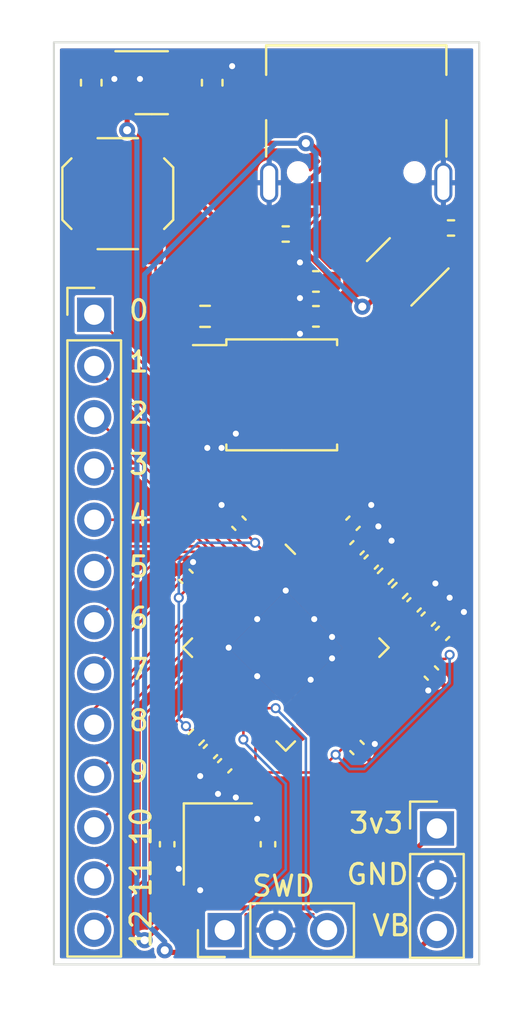
<source format=kicad_pcb>
(kicad_pcb (version 20221018) (generator pcbnew)
  (title_block (title "RP2040-base example") (date "2023-08-21") (rev "1.0") (company "https://github.com/TT-392/RP2040-base-example"))
  (layers (0 "F.Cu" signal) (31 "B.Cu" signal) (34 "B.Paste" user) (35 "F.Paste" user) (36 "B.SilkS" user "B.Silkscreen") (37 "F.SilkS" user "F.Silkscreen") (38 "B.Mask" user) (39 "F.Mask" user) (44 "Edge.Cuts" user))
  (net 0 "")
  (net 1 "/RP2040-base/1V1")
  (net 2 "/RP2040-base/XIN")
  (net 3 "GND")
  (net 4 "/RP2040-base/USB_D+")
  (net 5 "+3V3")
  (net 6 "/RP2040-base/USB_D-")
  (net 7 "Net-(C16-Pad1)")
  (net 8 "/RP2040-base/QSPI_SS")
  (net 9 "/RP2040-base/~{USB_BOOT}")
  (net 10 "/RP2040-base/XOUT")
  (net 11 "/RP2040-base/QSPI_SD1")
  (net 12 "/RP2040-base/QSPI_SD2")
  (net 13 "/RP2040-base/QSPI_SD0")
  (net 14 "/RP2040-base/QSPI_SCLK")
  (net 15 "/RP2040-base/QSPI_SD3")
  (net 16 "/RP2040-base/GPIO0")
  (net 17 "/RP2040-base/GPIO1")
  (net 18 "/RP2040-base/GPIO2")
  (net 19 "/RP2040-base/GPIO3")
  (net 20 "/RP2040-base/GPIO4")
  (net 21 "/RP2040-base/GPIO5")
  (net 22 "/RP2040-base/GPIO6")
  (net 23 "/RP2040-base/GPIO7")
  (net 24 "/RP2040-base/GPIO8")
  (net 25 "/RP2040-base/GPIO9")
  (net 26 "/RP2040-base/GPIO10")
  (net 27 "/RP2040-base/GPIO11")
  (net 28 "/RP2040-base/GPIO12")
  (net 29 "/RP2040-base/GPIO13")
  (net 30 "/RP2040-base/GPIO14")
  (net 31 "/RP2040-base/GPIO15")
  (net 32 "/RP2040-base/SWCLK")
  (net 33 "/RP2040-base/SWD")
  (net 34 "/RP2040-base/GPIO16")
  (net 35 "/RP2040-base/GPIO17")
  (net 36 "/RP2040-base/GPIO18")
  (net 37 "/RP2040-base/GPIO19")
  (net 38 "/RP2040-base/GPIO20")
  (net 39 "/RP2040-base/GPIO21")
  (net 40 "/RP2040-base/GPIO22")
  (net 41 "/RP2040-base/GPIO23")
  (net 42 "/RP2040-base/GPIO24")
  (net 43 "/RP2040-base/GPIO25")
  (net 44 "VBUS")
  (net 45 "/RP2040-base/GPIO29")
  (net 46 "/RP2040-base/GPIO28")
  (net 47 "/RP2040-base/GPIO27")
  (net 48 "/RP2040-base/GPIO26")
  (net 49 "Net-(U3-USB_DP)")
  (net 50 "Net-(U3-USB_DM)")
  (net 51 "Net-(J3-CC1)")
  (net 53 "Net-(J3-CC2)")
  (footprint "RP2040_base:YSX321SL, datasheet recommended measurements" (layer "F.Cu") (at 68.62003 81.743931 -90)
    (fp_text reference "Y1" hide)
    (fp_text value "X322512MSB4SI")
  )
  (footprint "Capacitor_SMD:C_0402_1005Metric" (layer "F.Cu") (at 71.12003 81.743931 90)
    (fp_text reference "C16" hide)
    (fp_text value "30p")
  )
  (footprint "footprints:SOT-23-6_flipped_for_jlcpcb" (layer "F.Cu") (at 77.7 53.375 45)
    (fp_text reference "U2" hide)
    (fp_text value "SRV05-4")
  )
  (footprint "Capacitor_SMD:C_0402_1005Metric" (layer "F.Cu") (at 79.071068 70.585786 45)
    (fp_text reference "C14" hide)
    (fp_text value "1u")
  )
  (footprint "Capacitor_SMD:C_0603_1608Metric" (layer "F.Cu") (at 73.5 53.85 180)
    (fp_text reference "C17" hide)
    (fp_text value "100n")
  )
  (footprint "Capacitor_SMD:C_0603_1608Metric" (layer "F.Cu") (at 68.353827 44 90)
    (fp_text reference "C1" hide)
    (fp_text value "1u")
  )
  (footprint "Capacitor_SMD:C_0402_1005Metric" (layer "F.Cu") (at 75.535534 67.050253 45)
    (fp_text reference "C11" hide)
    (fp_text value "100n")
  )
  (footprint "Capacitor_SMD:C_0402_1005Metric" (layer "F.Cu") (at 66.12003 81.743931 -90)
    (fp_text reference "C15" hide)
    (fp_text value "30p")
  )
  (footprint "Capacitor_SMD:C_0402_1005Metric" (layer "F.Cu") (at 68.973583 77.854844 -135)
    (fp_text reference "C3" hide)
    (fp_text value "100n")
  )
  (footprint "Connector_PinHeader_2.54mm:PinHeader_1x13_P2.54mm_Vertical" (layer "F.Cu") (at 62.5 55.5)
    (fp_text reference "J2" hide)
    (fp_text value "Conn_01x13")
  )
  (footprint "Capacitor_SMD:C_0402_1005Metric" (layer "F.Cu") (at 75.337544 65.834029 45)
    (fp_text reference "C4" hide)
    (fp_text value "100n")
  )
  (footprint "footprints:SOT-23-3_flipped_for_jlcpcb" (layer "F.Cu") (at 65.353827 44 180)
    (fp_text reference "U1" hide)
    (fp_text value "XC6206P332MR")
  )
  (footprint "Capacitor_SMD:C_0402_1005Metric" (layer "F.Cu") (at 67.050253 68.464466 135)
    (fp_text reference "C7" hide)
    (fp_text value "100n")
  )
  (footprint "RP2040_base:TS-1187A" (layer "F.Cu") (at 63.670282 49.5 90)
    (fp_text reference "SW1" hide)
    (fp_text value "SW_Push")
  )
  (footprint "Resistor_SMD:R_0402_1005Metric" (layer "F.Cu") (at 72 51.5 180)
    (fp_text reference "R2" hide)
    (fp_text value "5k1")
  )
  (footprint "Resistor_SMD:R_0402_1005Metric" (layer "F.Cu") (at 77.656854 69.171573 -135)
    (fp_text reference "R4" hide)
    (fp_text value "27")
  )
  (footprint "footprints:GT-USB-7047C" (layer "F.Cu") (at 75.5 46.99 180)
    (fp_text reference "J3" hide)
    (fp_text value "GT-USB-7047C")
  )
  (footprint "Capacitor_SMD:C_0402_1005Metric" (layer "F.Cu") (at 68.266476 77.147737 -135)
    (fp_text reference "C8" hide)
    (fp_text value "100n")
  )
  (footprint "Connector_PinHeader_2.54mm:PinHeader_1x03_P2.54mm_Vertical" (layer "F.Cu") (at 68.975 86 90)
    (fp_text reference "SWD1" hide)
    (fp_text value "Conn_01x03")
  )
  (footprint "RP2040_base:SOIC-8_5.275x5.275mm_P1.27mm" (layer "F.Cu") (at 71.80201 59.470068 -90)
    (fp_text reference "U4" hide)
    (fp_text value "W25QXXXJV")
  )
  (footprint "Capacitor_SMD:C_0402_1005Metric" (layer "F.Cu") (at 76.242641 67.757359 45)
    (fp_text reference "C12" hide)
    (fp_text value "100n")
  )
  (footprint "Resistor_SMD:R_0402_1005Metric" (layer "F.Cu") (at 80.2 51.2)
    (fp_text reference "R1" hide)
    (fp_text value "5k1")
  )
  (footprint "Capacitor_SMD:C_0402_1005Metric" (layer "F.Cu") (at 79.778175 71.292893 45)
    (fp_text reference "C5" hide)
    (fp_text value "100n")
  )
  (footprint "Capacitor_SMD:C_0402_1005Metric" (layer "F.Cu") (at 69.68069 65.834029 135)
    (fp_text reference "C6" hide)
    (fp_text value "100n")
  )
  (footprint "Capacitor_SMD:C_0402_1005Metric" (layer "F.Cu") (at 79.226631 73.25865 -45)
    (fp_text reference "C10" hide)
    (fp_text value "100n")
  )
  (footprint "Resistor_SMD:R_0402_1005Metric" (layer "F.Cu") (at 76.949747 68.464466 -135)
    (fp_text reference "R3" hide)
    (fp_text value "27")
  )
  (footprint "Capacitor_SMD:C_0402_1005Metric" (layer "F.Cu") (at 78.363961 69.87868 45)
    (fp_text reference "C13" hide)
    (fp_text value "1u")
  )
  (footprint "Package_DFN_QFN:QFN-56-1EP_7x7mm_P0.4mm_EP3.2x3.2mm" (layer "F.Cu") (at 72 72 -45)
    (fp_text reference "U3" hide)
    (fp_text value "RP2040")
  )
  (footprint "Capacitor_SMD:C_0402_1005Metric" (layer "F.Cu") (at 75.535534 76.949747 -45)
    (fp_text reference "C9" hide)
    (fp_text value "100n")
  )
  (footprint "Capacitor_SMD:C_0603_1608Metric" (layer "F.Cu") (at 73.5 55.580981 180)
    (fp_text reference "C18" hide)
    (fp_text value "10n")
  )
  (footprint "Resistor_SMD:R_0402_1005Metric" (layer "F.Cu") (at 67.559369 76.440631 -135)
    (fp_text reference "R5" hide)
    (fp_text value "1k")
  )
  (footprint "Capacitor_SMD:C_0603_1608Metric" (layer "F.Cu") (at 62.353827 44 90)
    (fp_text reference "C2" hide)
    (fp_text value "1u")
  )
  (footprint "Resistor_SMD:R_0603_1608Metric" (layer "F.Cu") (at 68 55.580981 180)
    (fp_text reference "R6" hide)
    (fp_text value "1k")
  )
  (footprint "Connector_PinHeader_2.54mm:PinHeader_1x03_P2.54mm_Vertical" (layer "F.Cu") (at 79.5 80.96)
    (fp_text reference "J1" hide)
    (fp_text value "Conn_01x03")
  )
  (gr_rect (start 60.5 42) (end 81.6 87.7) (stroke (width 0.1)) (fill none) (layer "Edge.Cuts"))
  (gr_text "12" (at 65.405 86.995 90) (layer "F.SilkS") (effects (font (size 1 1) (thickness 0.153)) (justify left bottom)))
  (gr_text "8\n" (at 64.135 76.2) (layer "F.SilkS") (effects (font (size 1 1) (thickness 0.153)) (justify left bottom)))
  (gr_text "2" (at 64.135 60.96) (layer "F.SilkS") (effects (font (size 1 1) (thickness 0.153)) (justify left bottom)))
  (gr_text "1" (at 64.135 58.42) (layer "F.SilkS") (effects (font (size 1 1) (thickness 0.153)) (justify left bottom)))
  (gr_text "GND" (at 74.93 83.82) (layer "F.SilkS") (effects (font (size 1 1) (thickness 0.153)) (justify left bottom)))
  (gr_text "5" (at 64.135 68.58) (layer "F.SilkS") (effects (font (size 1 1) (thickness 0.153)) (justify left bottom)))
  (gr_text "10" (at 65.405 81.915 90) (layer "F.SilkS") (effects (font (size 1 1) (thickness 0.153)) (justify left bottom)))
  (gr_text "VB" (at 76.2 86.36) (layer "F.SilkS") (effects (font (size 1 1) (thickness 0.153)) (justify left bottom)))
  (gr_text "3" (at 64.135 63.5) (layer "F.SilkS") (effects (font (size 1 1) (thickness 0.153)) (justify left bottom)))
  (gr_text "SWD\n" (at 70.245 84.4) (layer "F.SilkS") (effects (font (size 1 1) (thickness 0.153)) (justify left bottom)))
  (gr_text "4" (at 64.135 66.04) (layer "F.SilkS") (effects (font (size 1 1) (thickness 0.153)) (justify left bottom)))
  (gr_text "0" (at 64.135 55.88) (layer "F.SilkS") (effects (font (size 1 1) (thickness 0.153)) (justify left bottom)))
  (gr_text "11" (at 65.405 84.455 90) (layer "F.SilkS") (effects (font (size 1 1) (thickness 0.153)) (justify left bottom)))
  (gr_text "9\n" (at 64.135 78.74) (layer "F.SilkS") (effects (font (size 1 1) (thickness 0.153)) (justify left bottom)))
  (gr_text "7" (at 64.135 73.66) (layer "F.SilkS") (effects (font (size 1 1) (thickness 0.153)) (justify left bottom)))
  (gr_text "3v3" (at 75.057 81.28) (layer "F.SilkS") (effects (font (size 1 1) (thickness 0.153)) (justify left bottom)))
  (gr_text "6" (at 64.135 71.12) (layer "F.SilkS") (effects (font (size 1 1) (thickness 0.153)) (justify left bottom)))
  (segment (start 75.436456 71.109129) (end 75.082362 71.109129) (width 0.127) (layer "F.Cu") (net 1))
  (segment (start 74.568225 69.148933) (end 74.289258 69.427899) (width 0.127) (layer "F.Cu") (net 1))
  (segment (start 73.06066 74.474874) (end 75.082362 72.453172) (width 0.127) (layer "F.Cu") (net 1))
  (segment (start 74.998133 66.17344) (end 74.568225 66.603348) (width 0.127) (layer "F.Cu") (net 1))
  (segment (start 74.022242 70.049009) (end 74.022242 69.694915) (width 0.127) (layer "F.Cu") (net 1))
  (segment (start 76.327494 70.218091) (end 75.703472 70.842113) (width 0.127) (layer "F.Cu") (net 1))
  (segment (start 75.082362 71.109129) (end 74.022242 70.049009) (width 0.127) (layer "F.Cu") (net 1))
  (segment (start 69.312994 75.535534) (end 69.993585 74.854944) (width 0.127) (layer "F.Cu") (net 1))
  (segment (start 70.373654 74.474874) (end 73.06066 74.474874) (width 0.127) (layer "F.Cu") (net 1))
  (segment (start 69.993585 74.854944) (end 70.373654 74.474874) (width 0.127) (layer "F.Cu") (net 1))
  (segment (start 74.568225 66.603348) (end 74.568225 69.148933) (width 0.127) (layer "F.Cu") (net 1))
  (segment (start 74.022242 69.694915) (end 74.289258 69.427899) (width 0.127) (layer "F.Cu") (net 1))
  (segment (start 75.703472 70.842113) (end 75.436456 71.109129) (width 0.127) (layer "F.Cu") (net 1))
  (segment (start 78.02455 70.218091) (end 76.327494 70.218091) (width 0.127) (layer "F.Cu") (net 1))
  (segment (start 75.082362 72.453172) (end 75.082362 71.109129) (width 0.127) (layer "F.Cu") (net 1))
  (segment (start 69.312994 77.515433) (end 69.312994 75.535534) (width 0.127) (layer "F.Cu") (net 1))
  (segment (start 68 80.78695) (end 66.166369 78.953319) (width 0.127) (layer "F.Cu") (net 2))
  (segment (start 66.12003 81.263932) (end 68 81.263932) (width 0.127) (layer "F.Cu") (net 2))
  (segment (start 68 81.263932) (end 68 80.78695) (width 0.127) (layer "F.Cu") (net 2))
  (segment (start 67.863425 75.288047) (end 69.145056 74.006415) (width 0.127) (layer "F.Cu") (net 2))
  (segment (start 66.166369 78.953319) (end 66.166369 76.065864) (width 0.127) (layer "F.Cu") (net 2))
  (segment (start 66.166369 76.065864) (end 66.944187 75.288047) (width 0.127) (layer "F.Cu") (net 2))
  (segment (start 66.944187 75.288047) (end 67.863425 75.288047) (width 0.127) (layer "F.Cu") (net 2))
  (segment (start 75.874945 66.710842) (end 75.874946 66.710842) (width 0.254) (layer "F.Cu") (net 3))
  (via (at 67.757359 84.020815) (size 0.5) (drill 0.3) (layers "F.Cu" "B.Cu") (net 3))
  (via (at 73.414214 70.585786) (size 0.5) (drill 0.3) (layers "F.Cu" "B.Cu") (net 3))
  (via (at 74.298097 72.53033) (size 0.5) (drill 0.3) (layers "F.Cu" "B.Cu") (net 3))
  (via (at 80.131728 69.525126) (size 0.5) (drill 0.3) (layers "F.Cu" "B.Cu") (net 3))
  (via (at 69.525126 61.393398) (size 0.5) (drill 0.3) (layers "F.Cu" "B.Cu") (net 3))
  (via (at 68.641243 79.247845) (size 0.5) (drill 0.3) (layers "F.Cu" "B.Cu") (net 3))
  (via (at 76.419417 76.772971) (size 0.5) (drill 0.3) (layers "F.Cu" "B.Cu") (net 3))
  (via (at 77.25 66.7) (size 0.5) (drill 0.3) (layers "F.Cu" "B.Cu") (net 3))
  (via (at 69.171573 72) (size 0.5) (drill 0.3) (layers "F.Cu" "B.Cu") (net 3))
  (via (at 69.525126 79.424621) (size 0.5) (drill 0.3) (layers "F.Cu" "B.Cu") (net 3))
  (via (at 74.298097 71.46967) (size 0.5) (drill 0.3) (layers "F.Cu" "B.Cu") (net 3))
  (via (at 79.424621 68.818019) (size 0.5) (drill 0.3) (layers "F.Cu" "B.Cu") (net 3))
  (via (at 72.707107 56.443651) (size 0.5) (drill 0.3) (layers "F.Cu" "B.Cu") (net 3))
  (via (at 79.071068 74.12132) (size 0.5) (drill 0.3) (layers "F.Cu" "B.Cu") (net 3))
  (via (at 68.818019 62.100505) (size 0.5) (drill 0.3) (layers "F.Cu" "B.Cu") (net 3))
  (via (at 68.818019 64.928932) (size 0.5) (drill 0.3) (layers "F.Cu" "B.Cu") (net 3))
  (via (at 70.585786 80.485281) (size 0.5) (drill 0.3) (layers "F.Cu" "B.Cu") (net 3))
  (via (at 72.707107 54.675884) (size 0.5) (drill 0.3) (layers "F.Cu" "B.Cu") (net 3))
  (via (at 72.707107 52.908117) (size 0.5) (drill 0.3) (layers "F.Cu" "B.Cu") (net 3))
  (via (at 73.237437 73.59099) (size 0.5) (drill 0.3) (layers "F.Cu" "B.Cu") (net 3))
  (via (at 70.585786 70.585786) (size 0.5) (drill 0.3) (layers "F.Cu" "B.Cu") (net 3))
  (via (at 67.757359 78.363961) (size 0.5) (drill 0.3) (layers "F.Cu" "B.Cu") (net 3))
  (via (at 63.5 43.815) (size 0.5) (drill 0.3) (layers "F.Cu" "B.Cu") (net 3))
  (via (at 66.696699 82.960155) (size 0.5) (drill 0.3) (layers "F.Cu" "B.Cu") (net 3))
  (via (at 67.403806 67.757359) (size 0.5) (drill 0.3) (layers "F.Cu" "B.Cu") (net 3))
  (via (at 68.110913 62.100505) (size 0.5) (drill 0.3) (layers "F.Cu" "B.Cu") (net 3))
  (via (at 69.342 43.18) (size 0.5) (drill 0.3) (layers "F.Cu" "B.Cu") (net 3))
  (via (at 76.596194 65.989592) (size 0.5) (drill 0.3) (layers "F.Cu" "B.Cu") (net 3))
  (via (at 80.838835 70.232233) (size 0.5) (drill 0.3) (layers "F.Cu" "B.Cu") (net 3))
  (via (at 72 69.171573) (size 0.5) (drill 0.3) (layers "F.Cu" "B.Cu") (net 3))
  (via (at 70.585786 73.414214) (size 0.5) (drill 0.3) (layers "F.Cu" "B.Cu") (net 3))
  (via (at 76.242641 64.928932) (size 0.5) (drill 0.3) (layers "F.Cu" "B.Cu") (net 3))
  (via (at 64.77 43.815) (size 0.5) (drill 0.3) (layers "F.Cu" "B.Cu") (net 3))
  (segment (start 78.17538 54.676085) (end 77.467417 54.676085) (width 0.127) (layer "F.Cu") (net 4))
  (segment (start 74.75 51.25) (end 74.75 49.5) (width 0.127) (layer "F.Cu") (net 4))
  (segment (start 77.8 53.775) (end 76.270353 52.245353) (width 0.127) (layer "F.Cu") (net 4))
  (segment (start 75.05 51.55) (end 74.75 51.25) (width 0.127) (layer "F.Cu") (net 4))
  (segment (start 78.6365 55.137205) (end 78.6365 66.249286) (width 1) (layer "F.Cu") (net 4))
  (segment (start 77.8 54.343502) (end 77.8 53.775) (width 0.127) (layer "F.Cu") (net 4))
  (segment (start 78.343607 66.956393) (end 77.568255 67.731745) (width 1) (layer "F.Cu") (net 4))
  (segment (start 75.05 51.55) (end 75.05 51.550705) (width 1) (layer "F.Cu") (net 4))
  (segment (start 75.05 51.550705) (end 75.744647 52.245353) (width 1) (layer "F.Cu") (net 4))
  (segment (start 78.6365 55.137205) (end 78.17538 54.676085) (width 0.127) (layer "F.Cu") (net 4))
  (segment (start 77.467417 54.676085) (end 77.8 54.343502) (width 0.127) (layer "F.Cu") (net 4))
  (segment (start 76.270353 52.245353) (end 75.744647 52.245353) (width 0.127) (layer "F.Cu") (net 4))
  (arc (start 78.6365 66.249286) (mid 78.56038 66.631969) (end 78.343607 66.956393) (width 1) (layer "F.Cu") (net 4))
  (segment (start 76.906204 64.972476) (end 76.906204 58.521428) (width 0.127) (layer "F.Cu") (net 5))
  (segment (start 70.13 52.35) (end 66.775 48.995) (width 0.254) (layer "F.Cu") (net 5))
  (segment (start 75.917372 68.110913) (end 76.582759 68.110913) (width 0.127) (layer "F.Cu") (net 5))
  (segment (start 70.5 78.187184) (end 70.5 76.045585) (width 0.127) (layer "F.Cu") (net 5))
  (segment (start 75.903229 68.096771) (end 75.691097 68.308903) (width 0.127) (layer "F.Cu") (net 5))
  (segment (start 64.041327 44.775) (end 64.216327 44.95) (width 0.254) (layer "F.Cu") (net 5))
  (segment (start 76.596194 72.919239) (end 78.88722 72.919239) (width 0.127) (layer "F.Cu") (net 5))
  (segment (start 75.564 84.896) (end 66.604 84.896) (width 0.254) (layer "F.Cu") (net 5))
  (segment (start 74.344777 57.044777) (end 74.344777 53.744777) (width 0.254) (layer "F.Cu") (net 5))
  (segment (start 75.949844 57.565068) (end 75.40201 57.565068) (width 0.127) (layer "F.Cu") (net 5))
  (segment (start 76.539626 71.13733) (end 76.269157 71.407798) (width 0.127) (layer "F.Cu") (net 5))
  (segment (start 78.88722 72.919239) (end 79.247845 72.558614) (width 0.127) (layer "F.Cu") (net 5))
  (segment (start 75.691097 69.157431) (end 74.854944 69.993585) (width 0.127) (layer "F.Cu") (net 5))
  (segment (start 79.5 80.96) (end 75.564 84.896) (width 0.254) (layer "F.Cu") (net 5))
  (segment (start 75.196123 66.682557) (end 76.906204 64.972476) (width 0.127) (layer "F.Cu") (net 5))
  (segment (start 76.269157 72.592202) (end 76.596194 72.919239) (width 0.127) (layer "F.Cu") (net 5))
  (segment (start 75.903229 68.096771) (end 75.917372 68.110913) (width 0.127) (layer "F.Cu") (net 5))
  (segment (start 78.731657 70.925198) (end 79.438763 71.632304) (width 0.127) (layer "F.Cu") (net 5))
  (segment (start 78.731657 70.925198) (end 77.600286 70.925198) (width 0.127) (layer "F.Cu") (net 5))
  (segment (start 74.983991 69.298852) (end 74.572101 69.710742) (width 0.127) (layer "F.Cu") (net 5))
  (segment (start 77.105311 71.13733) (end 76.539626 71.13733) (width 0.127) (layer "F.Cu") (net 5))
  (segment (start 66.604 84.896) (end 65 86.5) (width 0.254) (layer "F.Cu") (net 5))
  (segment (start 74.474874 77.303301) (end 73.590991 78.187184) (width 0.127) (layer "F.Cu") (net 5))
  (segment (start 66.696699 69.525126) (end 66.696699 69.496842) (width 0.127) (layer "F.Cu") (net 5))
  (segment (start 75.196123 67.389664) (end 75.196123 67.417948) (width 0.127) (layer "F.Cu") (net 5))
  (segment (start 74.474874 75.889087) (end 73.723573 75.137786) (width 0.127) (layer "F.Cu") (net 5))
  (segment (start 77.458864 70.783776) (end 76.327494 70.783776) (width 0.127) (layer "F.Cu") (net 5))
  (segment (start 70.5 76.045585) (end 70.842113 75.703472) (width 0.127) (layer "F.Cu") (net 5))
  (segment (start 76.327494 70.783776) (end 75.986314 71.124955) (width 0.127) (layer "F.Cu") (net 5))
  (segment (start 65.725 44.95) (end 64.216327 44.95) (width 0.254) (layer "F.Cu") (net 5))
  (segment (start 75.196123 67.417948) (end 75.874945 68.096771) (width 0.127) (layer "F.Cu") (net 5))
  (segment (start 77.600286 70.925198) (end 77.458864 70.783776) (width 0.127) (layer "F.Cu") (net 5))
  (segment (start 73.590991 78.187184) (end 70.055456 78.187184) (width 0.127) (layer "F.Cu") (net 5))
  (segment (start 68.605887 76.808326) (end 67.969491 76.808326) (width 0.127) (layer "F.Cu") (net 5))
  (segment (start 79.247845 72.558614) (end 79.926667 72.558614) (width 0.127) (layer "F.Cu") (net 5))
  (segment (start 79.438763 71.632304) (end 79.247845 71.823223) (width 0.127) (layer "F.Cu") (net 5))
  (segment (start 75.691097 68.308903) (end 75.691097 69.157431) (width 0.127) (layer "F.Cu") (net 5))
  (segment (start 68.605887 76.808326) (end 68.605887 75.676955) (width 0.127) (layer "F.Cu") (net 5))
  (segment (start 71.407798 67.730843) (end 70.020101 66.343146) (width 0.127) (layer "F.Cu") (net 5))
  (segment (start 74.865068 57.565068) (end 74.344777 57.044777) (width 0.254) (layer "F.Cu") (net 5))
  (segment (start 67.969491 76.808326) (end 67.050253 75.889087) (width 0.127) (layer "F.Cu") (net 5))
  (segment (start 75.196123 67.389664) (end 75.196123 66.682557) (width 0.127) (layer "F.Cu") (net 5))
  (segment (start 77.600286 71.632304) (end 77.105311 71.13733) (width 0.127) (layer "F.Cu") (net 5))
  (segment (start 72.95 52.35) (end 70.13 52.35) (width 0.254) (layer "F.Cu") (net 5))
  (segment (start 62.353827 44.775) (end 64.041327 44.775) (width 0.254) (layer "F.Cu") (net 5))
  (segment (start 66.775 48.995) (end 66.775 46) (width 0.254) (layer "F.Cu") (net 5))
  (segment (start 75.40201 57.565068) (end 74.865068 57.565068) (width 0.254) (layer "F.Cu") (net 5))
  (segment (start 66.775 46) (end 65.725 44.95) (width 0.254) (layer "F.Cu") (net 5))
  (segment (start 75.874945 68.096771) (end 75.903229 68.096771) (width 0.127) (layer "F.Cu") (net 5))
  (segment (start 74.983991 67.601796) (end 74.983991 69.298852) (width 0.127) (layer "F.Cu") (net 5))
  (segment (start 64.135 45.031327) (end 64.216327 44.95) (width 0.254) (layer "F.Cu") (net 5))
  (segment (start 76.582759 68.110913) (end 78.731657 70.25981) (width 0.127) (layer "F.Cu") (net 5))
  (segment (start 64.135 46.355) (end 64.135 45.031327) (width 0.254) (layer "F.Cu") (net 5))
  (segment (start 74.503158 77.303301) (end 74.474874 77.303301) (width 0.127) (layer "F.Cu") (net 5))
  (segment (start 74.474874 75.889087) (end 75.196123 76.610336) (width 0.127) (layer "F.Cu") (net 5))
  (segment (start 68.605887 77.473714) (end 68.605887 76.808326) (width 0.127) (layer "F.Cu") (net 5))
  (segment (start 70.47972 66.802765) (end 70.020101 66.343146) (width 0.127) (layer "F.Cu") (net 5))
  (segment (start 68.605887 75.676955) (end 69.710742 74.572101) (width 0.127) (layer "F.Cu") (net 5))
  (segment (start 70.020101 66.343146) (end 70.020101 66.17344) (width 0.127) (layer "F.Cu") (net 5))
  (segment (start 76.906204 58.521428) (end 75.949844 57.565068) (width 0.127) (layer "F.Cu") (net 5))
  (segment (start 79.247845 71.823223) (end 79.247845 72.558614) (width 0.127) (layer "F.Cu") (net 5))
  (segment (start 74.344777 53.744777) (end 72.95 52.35) (width 0.254) (layer "F.Cu") (net 5))
  (segment (start 75.196123 67.389664) (end 74.983991 67.601796) (width 0.127) (layer "F.Cu") (net 5))
  (segment (start 78.731657 70.25981) (end 78.731657 70.925198) (width 0.127) (layer "F.Cu") (net 5))
  (segment (start 69.319358 78.187184) (end 68.605887 77.473714) (width 0.127) (layer "F.Cu") (net 5))
  (segment (start 70.055456 78.187184) (end 69.319358 78.187184) (width 0.127) (layer "F.Cu") (net 5))
  (segment (start 75.196123 76.610336) (end 74.503158 77.303301) (width 0.127) (layer "F.Cu") (net 5))
  (segment (start 70.055456 78.187184) (end 70.5 78.187184) (width 0.127) (layer "F.Cu") (net 5))
  (segment (start 79.926667 72.558614) (end 80.131728 72.353553) (width 0.127) (layer "F.Cu") (net 5))
  (segment (start 66.696699 69.496842) (end 67.389664 68.803877) (width 0.127) (layer "F.Cu") (net 5))
  (segment (start 67.389664 68.803877) (end 68.862214 70.276427) (width 0.127) (layer "F.Cu") (net 5))
  (segment (start 79.438763 71.632304) (end 77.600286 71.632304) (width 0.127) (layer "F.Cu") (net 5))
  (via (at 65 86.5) (size 0.8) (drill 0.4) (layers "F.Cu" "B.Cu") (net 5))
  (via (at 64.135 46.355) (size 0.8) (drill 0.4) (layers "F.Cu" "B.Cu") (net 5))
  (via (at 74.474874 77.303301) (size 0.5) (drill 0.3) (layers "F.Cu" "B.Cu") (net 5))
  (via (at 66.696699 69.525126) (size 0.5) (drill 0.3) (layers "F.Cu" "B.Cu") (net 5))
  (via (at 67.050253 75.889087) (size 0.5) (drill 0.3) (layers "F.Cu" "B.Cu") (net 5))
  (via (at 80.131728 72.353553) (size 0.5) (drill 0.3) (layers "F.Cu" "B.Cu") (net 5))
  (via (at 70.47972 66.802765) (size 0.5) (drill 0.3) (layers "F.Cu" "B.Cu") (net 5))
  (segment (start 66.696699 75.535534) (end 67.050253 75.889087) (width 0.127) (layer "B.Cu") (net 5))
  (segment (start 66.696699 69.525126) (end 66.696699 75.535534) (width 0.127) (layer "B.Cu") (net 5))
  (segment (start 75.181981 78.010408) (end 75.889087 78.010408) (width 0.127) (layer "B.Cu") (net 5))
  (segment (start 67.651293 66.802765) (end 70.47972 66.802765) (width 0.127) (layer "B.Cu") (net 5))
  (segment (start 66.696699 69.525126) (end 66.696699 67.757359) (width 0.127) (layer "B.Cu") (net 5))
  (segment (start 66.696699 67.757359) (end 67.651293 66.802765) (width 0.127) (layer "B.Cu") (net 5))
  (segment (start 80.131728 73.767767) (end 80.131728 72.353553) (width 0.127) (layer "B.Cu") (net 5))
  (segment (start 64.619 52.07) (end 64.619 46.839) (width 0.254) (layer "B.Cu") (net 5))
  (segment (start 64.619 52.07) (end 64.619 86.119) (width 0.254) (layer "B.Cu") (net 5))
  (segment (start 74.474874 77.303301) (end 75.181981 78.010408) (width 0.127) (layer "B.Cu") (net 5))
  (segment (start 75.889087 78.010408) (end 80.131728 73.767767) (width 0.127) (layer "B.Cu") (net 5))
  (segment (start 64.619 46.839) (end 64.135 46.355) (width 0.254) (layer "B.Cu") (net 5))
  (segment (start 64.619 86.119) (end 65 86.5) (width 0.254) (layer "B.Cu") (net 5))
  (segment (start 79.001085 53.575) (end 79.176085 53.75) (width 0.127) (layer "F.Cu") (net 6))
  (segment (start 76.25 51.522656) (end 78.302344 53.575) (width 0.127) (layer "F.Cu") (net 6))
  (segment (start 79.176085 53.75) (end 79.176085 54.082266) (width 0.127) (layer "F.Cu") (net 6))
  (segment (start 78.302344 53.575) (end 79.001085 53.575) (width 0.127) (layer "F.Cu") (net 6))
  (segment (start 79.7635 54.669681) (end 79.7635 66.255468) (width 1) (layer "F.Cu") (net 6))
  (segment (start 76.25 49.5) (end 76.25 51.522656) (width 0.127) (layer "F.Cu") (net 6))
  (segment (start 79.176085 53.167417) (end 79.176085 53.75) (width 0.127) (layer "F.Cu") (net 6))
  (segment (start 79.140516 67.759484) (end 78.3 68.6) (width 1) (layer "F.Cu") (net 6))
  (segment (start 79.176085 54.082266) (end 79.7635 54.669681) (width 0.127) (layer "F.Cu") (net 6))
  (arc (start 79.7635 66.255468) (mid 79.601592 67.069436) (end 79.140516 67.759484) (width 1) (layer "F.Cu") (net 6))
  (segment (start 67.198745 78.498745) (end 68.67953 79.97953) (width 0.127) (layer "F.Cu") (net 7))
  (segment (start 67.198745 76.801255) (end 67.198745 78.498745) (width 0.127) (layer "F.Cu") (net 7))
  (segment (start 68.67953 82.053431) (end 69.47003 82.843931) (width 0.127) (layer "F.Cu") (net 7))
  (segment (start 68.67953 79.97953) (end 68.67953 82.053431) (width 0.127) (layer "F.Cu") (net 7))
  (segment (start 69.47003 82.843931) (end 70.50003 82.843931) (width 0.127) (layer "F.Cu") (net 7))
  (segment (start 70.50003 82.843931) (end 71.12003 82.223931) (width 0.127) (layer "F.Cu") (net 7))
  (segment (start 68.20201 57.565068) (end 67.343049 57.565068) (width 0.127) (layer "F.Cu") (net 8))
  (segment (start 66.852263 58.055854) (end 66.852263 61.990904) (width 0.127) (layer "F.Cu") (net 8))
  (segment (start 67.343049 57.565068) (end 66.852263 58.055854) (width 0.127) (layer "F.Cu") (net 8))
  (segment (start 68.825 55.580981) (end 68.20201 56.203971) (width 0.127) (layer "F.Cu") (net 8))
  (segment (start 68.20201 56.203971) (end 68.20201 57.565068) (width 0.127) (layer "F.Cu") (net 8))
  (segment (start 66.852263 61.990904) (end 72.592202 67.730843) (width 0.127) (layer "F.Cu") (net 8))
  (segment (start 65.545282 52.5) (end 65.545282 53.951263) (width 0.127) (layer "F.Cu") (net 9))
  (segment (start 67.175 55.580981) (end 65.545282 53.951263) (width 0.127) (layer "F.Cu") (net 9))
  (segment (start 65.545282 52.5) (end 65.545282 46.5) (width 0.127) (layer "F.Cu") (net 9))
  (segment (start 67.919994 76.080006) (end 67.919994 75.797163) (width 0.127) (layer "F.Cu") (net 10))
  (segment (start 67.919994 75.797163) (end 69.427899 74.289258) (width 0.127) (layer "F.Cu") (net 10))
  (segment (start 73.142061 67.392576) (end 72.644174 66.894689) (width 0.127) (layer "F.Cu") (net 11))
  (segment (start 73.142061 67.746669) (end 73.142061 67.392576) (width 0.127) (layer "F.Cu") (net 11))
  (segment (start 72.644174 66.894689) (end 72.155563 66.894689) (width 0.127) (layer "F.Cu") (net 11))
  (segment (start 67.205816 61.944942) (end 67.205816 59.116514) (width 0.127) (layer "F.Cu") (net 11))
  (segment (start 72.155563 66.894689) (end 67.205816 61.944942) (width 0.127) (layer "F.Cu") (net 11))
  (segment (start 72.875045 68.013686) (end 73.142061 67.746669) (width 0.127) (layer "F.Cu") (net 11))
  (segment (start 67.487262 58.835068) (end 68.20201 58.835068) (width 0.127) (layer "F.Cu") (net 11))
  (segment (start 67.205816 59.116514) (end 67.487262 58.835068) (width 0.127) (layer "F.Cu") (net 11))
  (segment (start 68.20201 60.105067) (end 68.901476 60.105067) (width 0.127) (layer "F.Cu") (net 12))
  (segment (start 73.424904 68.029512) (end 73.157887 68.296528) (width 0.127) (layer "F.Cu") (net 12))
  (segment (start 68.901476 60.105067) (end 70.055456 61.259048) (width 0.127) (layer "F.Cu") (net 12))
  (segment (start 73.424904 67.316208) (end 73.424904 68.029512) (width 0.127) (layer "F.Cu") (net 12))
  (segment (start 70.055456 63.946761) (end 73.424904 67.316208) (width 0.127) (layer "F.Cu") (net 12))
  (segment (start 70.055456 61.259048) (end 70.055456 63.946761) (width 0.127) (layer "F.Cu") (net 12))
  (segment (start 73.707746 68.312355) (end 73.44073 68.579371) (width 0.127) (layer "F.Cu") (net 13))
  (segment (start 73.707746 62.514079) (end 73.707746 68.312355) (width 0.127) (layer "F.Cu") (net 13))
  (segment (start 75.40201 61.375068) (end 74.846757 61.375068) (width 0.127) (layer "F.Cu") (net 13))
  (segment (start 74.846757 61.375068) (end 73.707746 62.514079) (width 0.127) (layer "F.Cu") (net 13))
  (segment (start 73.995322 68.590464) (end 73.995322 64.063295) (width 0.127) (layer "F.Cu") (net 14))
  (segment (start 76.398204 60.530728) (end 75.972544 60.105067) (width 0.127) (layer "F.Cu") (net 14))
  (segment (start 73.995322 64.063295) (end 76.398204 61.660413) (width 0.127) (layer "F.Cu") (net 14))
  (segment (start 75.972544 60.105067) (end 75.40201 60.105067) (width 0.127) (layer "F.Cu") (net 14))
  (segment (start 73.723573 68.862214) (end 73.995322 68.590464) (width 0.127) (layer "F.Cu") (net 14))
  (segment (start 76.398204 61.660413) (end 76.398204 60.530728) (width 0.127) (layer "F.Cu") (net 14))
  (segment (start 74.006415 69.145056) (end 74.314225 68.837247) (width 0.127) (layer "F.Cu") (net 15))
  (segment (start 74.314225 68.837247) (end 74.314225 64.103603) (width 0.127) (layer "F.Cu") (net 15))
  (segment (start 74.314225 64.103603) (end 76.652204 61.765624) (width 0.127) (layer "F.Cu") (net 15))
  (segment (start 76.652204 59.370514) (end 76.116758 58.835068) (width 0.127) (layer "F.Cu") (net 15))
  (segment (start 76.116758 58.835068) (end 75.40201 58.835068) (width 0.127) (layer "F.Cu") (net 15))
  (segment (start 76.652204 61.765624) (end 76.652204 59.370514) (width 0.127) (layer "F.Cu") (net 15))
  (segment (start 66 59) (end 62.5 55.5) (width 0.127) (layer "F.Cu") (net 16))
  (segment (start 71.013686 68.013686) (end 66 63) (width 0.127) (layer "F.Cu") (net 16))
  (segment (start 71.124955 68.013686) (end 71.013686 68.013686) (width 0.127) (layer "F.Cu") (net 16))
  (segment (start 66 63) (end 66 59) (width 0.127) (layer "F.Cu") (net 16))
  (segment (start 65.685585 61.225585) (end 62.5 58.04) (width 0.127) (layer "F.Cu") (net 17))
  (segment (start 65.685585 63.14) (end 65.685585 61.225585) (width 0.127) (layer "F.Cu") (net 17))
  (segment (start 70.842113 68.296528) (end 65.685585 63.14) (width 0.127) (layer "F.Cu") (net 17))
  (segment (start 70.55927 68.579371) (end 62.559899 60.58) (width 0.127) (layer "F.Cu") (net 18))
  (segment (start 62.559899 60.58) (end 62.5 60.58) (width 0.127) (layer "F.Cu") (net 18))
  (segment (start 64.534213 63.12) (end 62.5 63.12) (width 0.127) (layer "F.Cu") (net 19))
  (segment (start 70.276427 68.862214) (end 64.534213 63.12) (width 0.127) (layer "F.Cu") (net 19))
  (segment (start 69.993585 69.145056) (end 69.993585 68.9902) (width 0.127) (layer "F.Cu") (net 20))
  (segment (start 69.993585 68.9902) (end 69.726568 68.723183) (width 0.127) (layer "F.Cu") (net 20))
  (segment (start 69.726568 68.671565) (end 66.715003 65.66) (width 0.127) (layer "F.Cu") (net 20))
  (segment (start 66.715003 65.66) (end 62.5 65.66) (width 0.127) (layer "F.Cu") (net 20))
  (segment (start 69.726568 68.723183) (end 69.726568 68.671565) (width 0.127) (layer "F.Cu") (net 20))
  (segment (start 67.672883 66.97709) (end 63.72291 66.97709) (width 0.127) (layer "F.Cu") (net 21))
  (segment (start 68.2 67.917157) (end 68.2 67.504207) (width 0.127) (layer "F.Cu") (net 21))
  (segment (start 63.72291 66.97709) (end 62.5 68.2) (width 0.127) (layer "F.Cu") (net 21))
  (segment (start 69.710742 69.427899) (end 68.2 67.917157) (width 0.127) (layer "F.Cu") (net 21))
  (segment (start 68.2 67.504207) (end 67.672883 66.97709) (width 0.127) (layer "F.Cu") (net 21))
  (segment (start 67.9 67.563417) (end 67.586583 67.25) (width 0.127) (layer "F.Cu") (net 22))
  (segment (start 67.9 68.182843) (end 67.9 67.563417) (width 0.127) (layer "F.Cu") (net 22))
  (segment (start 67.586583 67.25) (end 65.99 67.25) (width 0.127) (layer "F.Cu") (net 22))
  (segment (start 69.427899 69.710742) (end 67.9 68.182843) (width 0.127) (layer "F.Cu") (net 22))
  (segment (start 65.99 67.25) (end 62.5 70.74) (width 0.127) (layer "F.Cu") (net 22))
  (segment (start 68.25 68.95) (end 67.554173 68.254173) (width 0.127) (layer "F.Cu") (net 23))
  (segment (start 62.5 73.001285) (end 62.5 73.28) (width 0.127) (layer "F.Cu") (net 23))
  (segment (start 68.25 69.098529) (end 68.25 68.95) (width 0.127) (layer "F.Cu") (net 23))
  (segment (start 67.554173 68.254173) (end 67.247112 68.254173) (width 0.127) (layer "F.Cu") (net 23))
  (segment (start 67.247112 68.254173) (end 62.5 73.001285) (width 0.127) (layer "F.Cu") (net 23))
  (segment (start 69.145056 69.993585) (end 68.25 69.098529) (width 0.127) (layer "F.Cu") (net 23))
  (segment (start 68.579371 70.55927) (end 68.312854 70.292753) (width 0.127) (layer "F.Cu") (net 24))
  (segment (start 67.240048 70.292753) (end 62.5 75.032801) (width 0.127) (layer "F.Cu") (net 24))
  (segment (start 68.312854 70.292753) (end 67.240048 70.292753) (width 0.127) (layer "F.Cu") (net 24))
  (segment (start 62.5 75.032801) (end 62.5 75.82) (width 0.127) (layer "F.Cu") (net 24))
  (segment (start 63.5405 77.3195) (end 62.5 78.36) (width 0.127) (layer "F.Cu") (net 25))
  (segment (start 68.029511 70.575096) (end 67.675419 70.575096) (width 0.127) (layer "F.Cu") (net 25))
  (segment (start 67.675419 70.575096) (end 67.646576 70.603939) (width 0.127) (layer "F.Cu") (net 25))
  (segment (start 67.646576 70.603939) (end 67.287366 70.603939) (width 0.127) (layer "F.Cu") (net 25))
  (segment (start 63.5405 74.350805) (end 63.5405 77.3195) (width 0.127) (layer "F.Cu") (net 25))
  (segment (start 67.287366 70.603939) (end 63.5405 74.350805) (width 0.127) (layer "F.Cu") (net 25))
  (segment (start 68.296528 70.842113) (end 68.029511 70.575096) (width 0.127) (layer "F.Cu") (net 25))
  (segment (start 63.7945 74.456015) (end 63.7945 79.6055) (width 0.127) (layer "F.Cu") (net 26))
  (segment (start 63.7945 79.6055) (end 62.5 80.9) (width 0.127) (layer "F.Cu") (net 26))
  (segment (start 68.013686 71.124955) (end 67.74667 70.857939) (width 0.127) (layer "F.Cu") (net 26))
  (segment (start 67.74667 70.857939) (end 67.392576 70.857939) (width 0.127) (layer "F.Cu") (net 26))
  (segment (start 67.392576 70.857939) (end 63.7945 74.456015) (width 0.127) (layer "F.Cu") (net 26))
  (segment (start 64.048001 75.09064) (end 64.048001 81.891999) (width 0.127) (layer "F.Cu") (net 27))
  (segment (start 67.730843 71.407798) (end 64.048001 75.09064) (width 0.127) (layer "F.Cu") (net 27))
  (segment (start 64.048001 81.891999) (end 62.5 83.44) (width 0.127) (layer "F.Cu") (net 27))
  (segment (start 65 83.48) (end 62.5 85.98) (width 0.127) (layer "F.Cu") (net 28))
  (segment (start 65 75.323045) (end 65 83.48) (width 0.127) (layer "F.Cu") (net 28))
  (segment (start 67.730843 72.592202) (end 65 75.323045) (width 0.127) (layer "F.Cu") (net 28))
  (segment (start 69.9 76.55) (end 69.9 75.514213) (width 0.127) (layer "F.Cu") (net 32))
  (segment (start 69.9 75.514213) (end 70.276427 75.137786) (width 0.127) (layer "F.Cu") (net 32))
  (via (at 69.9 76.55) (size 0.5) (drill 0.3) (layers "F.Cu" "B.Cu") (net 32))
  (segment (start 72 78.747006) (end 72 83) (width 0.127) (layer "B.Cu") (net 32))
  (segment (start 69 86) (end 68.975 86) (width 0.127) (layer "B.Cu") (net 32))
  (segment (start 69.9 76.55) (end 69.9 76.647006) (width 0.127) (layer "B.Cu") (net 32))
  (segment (start 72 83) (end 69 86) (width 0.127) (layer "B.Cu") (net 32))
  (segment (start 69.9 76.647006) (end 72 78.747006) (width 0.127) (layer "B.Cu") (net 32))
  (segment (start 71.5 75) (end 70.979899 75) (width 0.127) (layer "F.Cu") (net 33))
  (segment (start 70.979899 75) (end 70.55927 75.420629) (width 0.127) (layer "F.Cu") (net 33))
  (via (at 71.5 75) (size 0.5) (drill 0.3) (layers "F.Cu" "B.Cu") (net 33))
  (segment (start 74.055 86) (end 73 84.945) (width 0.127) (layer "B.Cu") (net 33))
  (segment (start 73 76.5) (end 71.5 75) (width 0.127) (layer "B.Cu") (net 33))
  (segment (start 73 84.945) (end 73 76.5) (width 0.127) (layer "B.Cu") (net 33))
  (segment (start 66.491327 44) (end 66.491327 44.064908) (width 0.254) (layer "F.Cu") (net 44))
  (segment (start 76.834 47.9) (end 74.113079 47.9) (width 0.254) (layer "F.Cu") (net 44))
  (segment (start 78.436 87.104) (end 66.104 87.104) (width 0.254) (layer "F.Cu") (net 44))
  (segment (start 75.8 55.1) (end 75.975 55.1) (width 0.254) (layer "F.Cu") (net 44))
  (segment (start 77.9 49.535) (end 77.9 48.966) (width 0.254) (layer "F.Cu") (net 44))
  (segment (start 66.491327 44.064908) (end 66.938037 44.511618) (width 0.254) (layer "F.Cu") (net 44))
  (segment (start 67.01321 44.58679) (end 67.01321 45.16321) (width 0.254) (layer "F.Cu") (net 44))
  (segment (start 66.938037 44.511618) (end 67.01321 44.58679) (width 0.254) (layer "F.Cu") (net 44))
  (segment (start 74.113079 47.9) (end 73.213079 47) (width 0.254) (layer "F.Cu") (net 44))
  (segment (start 68.111618 44.532791) (end 68.353827 44.775) (width 0.254) (layer "F.Cu") (net 44))
  (segment (start 67.01321 45.16321) (end 68.85 47) (width 0.254) (layer "F.Cu") (net 44))
  (segment (start 73.1 48.913079) (end 73.1 49.535) (width 0.254) (layer "F.Cu") (net 44))
  (segment (start 73.213079 47) (end 73 47) (width 0.254) (layer "F.Cu") (net 44))
  (segment (start 67.01321 44.58679) (end 67.067209 44.532791) (width 0.254) (layer "F.Cu") (net 44))
  (segment (start 67.067209 44.532791) (end 68.111618 44.532791) (width 0.254) (layer "F.Cu") (net 44))
  (segment (start 74.113079 47.9) (end 73.1 48.913079) (width 0.254) (layer "F.Cu") (net 44))
  (segment (start 77.9 48.966) (end 76.834 47.9) (width 0.254) (layer "F.Cu") (net 44))
  (segment (start 75.975 55.1) (end 76.895666 54.179334) (width 0.254) (layer "F.Cu") (net 44))
  (segment (start 68.85 47) (end 73 47) (width 0.254) (layer "F.Cu") (net 44))
  (segment (start 79.5 86.04) (end 78.436 87.104) (width 0.254) (layer "F.Cu") (net 44))
  (segment (start 66.104 87.104) (end 66 87) (width 0.254) (layer "F.Cu") (net 44))
  (via (at 75.8 55.1) (size 0.8) (drill 0.4) (layers "F.Cu" "B.Cu") (net 44))
  (via (at 66 87) (size 0.8) (drill 0.4) (layers "F.Cu" "B.Cu") (net 44))
  (via (at 73 47) (size 0.8) (drill 0.4) (layers "F.Cu" "B.Cu") (net 44))
  (segment (start 65 53.5) (end 71.5 47) (width 0.254) (layer "B.Cu") (net 44))
  (segment (start 73.5 52.8) (end 73.5 47.5) (width 0.254) (layer "B.Cu") (net 44))
  (segment (start 73.5 47.5) (end 73 47) (width 0.254) (layer "B.Cu") (net 44))
  (segment (start 66 87) (end 66 86.575104) (width 0.254) (layer "B.Cu") (net 44))
  (segment (start 66 86.575104) (end 65 85.575104) (width 0.254) (layer "B.Cu") (net 44))
  (segment (start 71.5 47) (end 73 47) (width 0.254) (layer "B.Cu") (net 44))
  (segment (start 75.8 55.1) (end 73.5 52.8) (width 0.254) (layer "B.Cu") (net 44))
  (segment (start 65 85.575104) (end 65 53.5) (width 0.254) (layer "B.Cu") (net 44))
  (segment (start 76.589123 68.825091) (end 75.137786 70.276427) (width 0.127) (layer "F.Cu") (net 49))
  (segment (start 77.29623 69.532197) (end 76.447702 69.532197) (width 0.127) (layer "F.Cu") (net 50))
  (segment (start 76.447702 69.532197) (end 75.420629 70.55927) (width 0.127) (layer "F.Cu") (net 50))
  (segment (start 76.75 50.592) (end 76.75 49.5) (width 0.127) (layer "F.Cu") (net 51))
  (segment (start 76.858 50.7) (end 76.75 50.592) (width 0.127) (layer "F.Cu") (net 51))
  (segment (start 79.69 51.2) (end 79.19 50.7) (width 0.127) (layer "F.Cu") (net 51))
  (segment (start 79.19 50.7) (end 76.858 50.7) (width 0.127) (layer "F.Cu") (net 51))
  (segment (start 72.746 51.5) (end 73.75 50.496) (width 0.127) (layer "F.Cu") (net 53))
  (segment (start 73.75 50.496) (end 73.75 49.5) (width 0.127) (layer "F.Cu") (net 53))
  (segment (start 72.51 51.5) (end 72.746 51.5) (width 0.127) (layer "F.Cu") (net 53))
  (zone (net 3) (net_name "GND") (layer "F.Cu") (priority 4) (connect_pads yes (clearance 0.127)) (min_thickness 0.25) (fill yes (thermal_gap 0.5) (thermal_bridge_width 0.5))
    (polygon (pts (xy 81.6 43.4) (xy 69.4 43.4) (xy 69.4 46.4) (xy 81.6 46.4)))
  )
  (zone (net 6) (net_name "/RP2040-base/USB_D-") (layer "F.Cu") (priority 2) (connect_pads yes (clearance 0.127)) (min_thickness 0.127) (fill yes (thermal_gap 0.127) (thermal_bridge_width 0.254))
    (polygon (pts (xy 80.1 54.3) (xy 76.45 50.65) (xy 76.45 49.305) (xy 75.05 49.305) (xy 75.05 50.65) (xy 79.4 55)))
  )
  (zone (net 4) (net_name "/RP2040-base/USB_D+") (layer "F.Cu") (priority 3) (connect_pads yes (clearance 0.127)) (min_thickness 0.127) (fill yes (thermal_gap 0.127) (thermal_bridge_width 0.254))
    (polygon (pts (xy 74.55 48.8) (xy 74.9 48.45) (xy 75.6 48.45) (xy 75.95 48.8) (xy 75.95 50.15) (xy 75.55 50.15) (xy 75.55 49.3) (xy 74.95 49.3) (xy 74.95 50.75) (xy 79 54.8) (xy 78.2 55.4) (xy 75.05 52.25) (xy 74.55 51.55)))
  )
  (zone (net 3) (net_name "GND") (layers "F&B.Cu") (connect_pads (clearance 0.127)) (min_thickness 0.127) (fill yes (thermal_gap 0.127) (thermal_bridge_width 0.254))
    (polygon (pts (xy 60.5 42) (xy 81.6 42) (xy 81.6 87.7) (xy 60.5 87.7)))
  )
  (zone (net 3) (net_name "GND") (layers "F&B.Cu") (priority 1) (connect_pads yes (clearance 0.127)) (min_thickness 0.127) (fill yes (thermal_gap 0.127) (thermal_bridge_width 0.127))
    (polygon (pts (xy 74.828427 72) (xy 72 69.171573) (xy 69.171573 72) (xy 72 74.828427)))
  )
)
</source>
